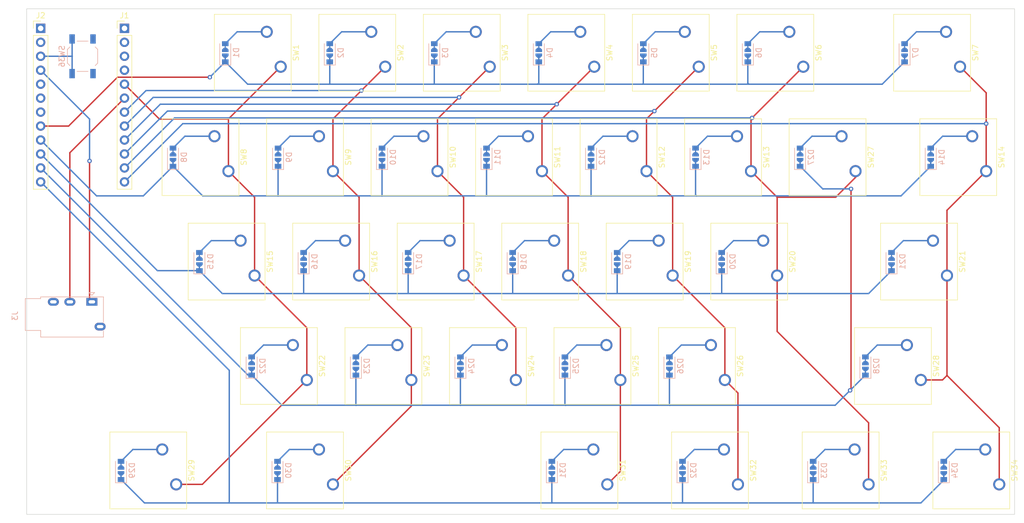
<source format=kicad_pcb>
(kicad_pcb (version 20211014) (generator pcbnew)
  (layers (0 "F.Cu" signal) (31 "B.Cu" signal) (34 "B.Paste" user) (35 "F.Paste" user) (36 "B.SilkS" user "B.Silkscreen") (37 "F.SilkS" user "F.Silkscreen") (38 "B.Mask" user) (39 "F.Mask" user) (44 "Edge.Cuts" user))
  (net 0 "")
  (net 1 "/row1")
  (net 2 "Net-(D1-Pad2)")
  (net 3 "Net-(D2-Pad2)")
  (net 4 "Net-(D3-Pad2)")
  (net 5 "Net-(D4-Pad2)")
  (net 6 "Net-(D5-Pad2)")
  (net 7 "Net-(D6-Pad2)")
  (net 8 "Net-(D7-Pad2)")
  (net 9 "/row2")
  (net 10 "Net-(D8-Pad2)")
  (net 11 "Net-(D9-Pad2)")
  (net 12 "Net-(D10-Pad2)")
  (net 13 "Net-(D11-Pad2)")
  (net 14 "Net-(D12-Pad2)")
  (net 15 "Net-(D13-Pad2)")
  (net 16 "Net-(D14-Pad2)")
  (net 17 "/row3")
  (net 18 "Net-(D15-Pad2)")
  (net 19 "Net-(D16-Pad2)")
  (net 20 "Net-(D18-Pad2)")
  (net 21 "Net-(D19-Pad2)")
  (net 22 "Net-(D20-Pad2)")
  (net 23 "Net-(D17-Pad2)")
  (net 24 "/row4")
  (net 25 "Net-(D22-Pad2)")
  (net 26 "Net-(D21-Pad2)")
  (net 27 "Net-(D23-Pad2)")
  (net 28 "Net-(D25-Pad2)")
  (net 29 "Net-(D26-Pad2)")
  (net 30 "Net-(D24-Pad2)")
  (net 31 "Net-(D27-Pad2)")
  (net 32 "Net-(D28-Pad2)")
  (net 33 "Net-(D29-Pad2)")
  (net 34 "Net-(D30-Pad2)")
  (net 35 "Net-(D32-Pad2)")
  (net 36 "Net-(D31-Pad2)")
  (net 37 "Net-(D33-Pad2)")
  (net 38 "Net-(D34-Pad2)")
  (net 39 "/col6")
  (net 42 "/col7")
  (net 43 "/col5")
  (net 44 "/col1")
  (net 45 "/col2")
  (net 46 "/col3")
  (net 47 "/col4")
  (net 49 "/row5")
  (net 50 "/comm")
  (net 51 "GND")
  (net 52 "+5V")
  (net 53 "/res")
  (footprint "Button_Switch_Keyboard:SW_Cherry_MX_1.00u_Plate" (layer "F.Cu") (at 81.08 61.54 -90)
    (fp_text reference "SW9")
    (fp_text value "SW_Push")
  )
  (footprint "Button_Switch_Keyboard:SW_Cherry_MX_1.00u_Plate" (layer "F.Cu") (at 133.33 99.54 -90)
    (fp_text reference "SW25")
    (fp_text value "SW_Push")
  )
  (footprint "Button_Switch_Keyboard:SW_Cherry_MX_1.00u_Plate" (layer "F.Cu") (at 100.08 61.54 -90)
    (fp_text reference "SW10")
    (fp_text value "SW_Push")
  )
  (footprint "Button_Switch_Keyboard:SW_Cherry_MX_1.00u_Plate" (layer "F.Cu") (at 157.08 61.54 -90)
    (fp_text reference "SW13")
    (fp_text value "SW_Push")
  )
  (footprint "Button_Switch_Keyboard:SW_Cherry_MX_1.00u_Plate" (layer "F.Cu") (at 147.58 42.54 -90)
    (fp_text reference "SW5")
    (fp_text value "SW_Push")
  )
  (footprint "Button_Switch_Keyboard:SW_Cherry_MX_1.00u_Plate" (layer "F.Cu") (at 202.205 118.54 -90)
    (fp_text reference "SW34")
    (fp_text value "SW_Push")
  )
  (footprint "Button_Switch_Keyboard:SW_Cherry_MX_1.00u_Plate" (layer "F.Cu") (at 62.08 61.54 -90)
    (fp_text reference "SW8")
    (fp_text value "SW_Push")
  )
  (footprint "Button_Switch_Keyboard:SW_Cherry_MX_1.00u_Plate" (layer "F.Cu") (at 123.83 80.54 -90)
    (fp_text reference "SW18")
    (fp_text value "SW_Push")
  )
  (footprint "Button_Switch_Keyboard:SW_Cherry_MX_1.00u_Plate" (layer "F.Cu") (at 154.705 118.54 -90)
    (fp_text reference "SW32")
    (fp_text value "SW_Push")
  )
  (footprint "Button_Switch_Keyboard:SW_Cherry_MX_1.00u_Plate" (layer "F.Cu") (at 176.08 61.54 -90)
    (fp_text reference "SW27")
    (fp_text value "SW_Push")
  )
  (footprint "Button_Switch_Keyboard:SW_Cherry_MX_1.00u_Plate" (layer "F.Cu") (at 71.58 42.54 -90)
    (fp_text reference "SW1")
    (fp_text value "SW_Push")
  )
  (footprint "Button_Switch_Keyboard:SW_Cherry_MX_1.00u_Plate" (layer "F.Cu") (at 192.705 80.54 -90)
    (fp_text reference "SW21")
    (fp_text value "SW_Push")
  )
  (footprint "Button_Switch_Keyboard:SW_Cherry_MX_1.00u_Plate" (layer "F.Cu") (at 104.83 80.54 -90)
    (fp_text reference "SW17")
    (fp_text value "SW_Push")
  )
  (footprint "Button_Switch_Keyboard:SW_Cherry_MX_1.00u_Plate" (layer "F.Cu") (at 199.83 61.54 -90)
    (fp_text reference "SW14")
    (fp_text value "SW_Push")
  )
  (footprint "Connector_PinHeader_2.54mm:PinHeader_1x12_P2.54mm_Vertical" (layer "F.Cu") (at 43.18 35.56)
    (fp_text reference "J1")
    (fp_text value "Conn_01x12_Female")
  )
  (footprint "Button_Switch_Keyboard:SW_Cherry_MX_1.00u_Plate" (layer "F.Cu") (at 52.58 118.54 -90)
    (fp_text reference "SW29")
    (fp_text value "SW_Push")
  )
  (footprint "Button_Switch_Keyboard:SW_Cherry_MX_1.00u_Plate" (layer "F.Cu") (at 130.955 118.54 -90)
    (fp_text reference "SW31")
    (fp_text value "SW_Push")
  )
  (footprint "Button_Switch_Keyboard:SW_Cherry_MX_1.00u_Plate" (layer "F.Cu") (at 95.33 99.54 -90)
    (fp_text reference "SW23")
    (fp_text value "SW_Push")
  )
  (footprint "Button_Switch_Keyboard:SW_Cherry_MX_1.00u_Plate" (layer "F.Cu") (at 138.08 61.54 -90)
    (fp_text reference "SW12")
    (fp_text value "SW_Push")
  )
  (footprint "Button_Switch_Keyboard:SW_Cherry_MX_1.00u_Plate" (layer "F.Cu") (at 142.83 80.54 -90)
    (fp_text reference "SW19")
    (fp_text value "SW_Push")
  )
  (footprint "Button_Switch_Keyboard:SW_Cherry_MX_1.00u_Plate" (layer "F.Cu") (at 90.58 42.54 -90)
    (fp_text reference "SW2")
    (fp_text value "SW_Push")
  )
  (footprint "Button_Switch_Keyboard:SW_Cherry_MX_1.00u_Plate" (layer "F.Cu") (at 85.83 80.54 -90)
    (fp_text reference "SW16")
    (fp_text value "SW_Push")
  )
  (footprint "Button_Switch_Keyboard:SW_Cherry_MX_1.00u_Plate" (layer "F.Cu") (at 152.33 99.54 -90)
    (fp_text reference "SW26")
    (fp_text value "SW_Push")
  )
  (footprint "Button_Switch_Keyboard:SW_Cherry_MX_1.00u_Plate" (layer "F.Cu") (at 195.08 42.54 -90)
    (fp_text reference "SW7")
    (fp_text value "SW_Push")
  )
  (footprint "Button_Switch_Keyboard:SW_Cherry_MX_1.00u_Plate" (layer "F.Cu") (at 161.83 80.54 -90)
    (fp_text reference "SW20")
    (fp_text value "SW_Push")
  )
  (footprint "Button_Switch_Keyboard:SW_Cherry_MX_1.00u_Plate" (layer "F.Cu") (at 128.58 42.54 -90)
    (fp_text reference "SW4")
    (fp_text value "SW_Push")
  )
  (footprint "Button_Switch_Keyboard:SW_Cherry_MX_1.00u_Plate" (layer "F.Cu") (at 119.08 61.54 -90)
    (fp_text reference "SW11")
    (fp_text value "SW_Push")
  )
  (footprint "Button_Switch_Keyboard:SW_Cherry_MX_1.00u_Plate" (layer "F.Cu") (at 178.455 118.54 -90)
    (fp_text reference "SW33")
    (fp_text value "SW_Push")
  )
  (footprint "Button_Switch_Keyboard:SW_Cherry_MX_1.00u_Plate" (layer "F.Cu") (at 109.58 42.54 -90)
    (fp_text reference "SW3")
    (fp_text value "SW_Push")
  )
  (footprint "Button_Switch_Keyboard:SW_Cherry_MX_1.00u_Plate" (layer "F.Cu") (at 187.955 99.54 -90)
    (fp_text reference "SW28")
    (fp_text value "SW_Push")
  )
  (footprint "Button_Switch_Keyboard:SW_Cherry_MX_1.00u_Plate" (layer "F.Cu") (at 66.83 80.54 -90)
    (fp_text reference "SW15")
    (fp_text value "SW_Push")
  )
  (footprint "Button_Switch_Keyboard:SW_Cherry_MX_1.00u_Plate" (layer "F.Cu") (at 76.33 99.54 -90)
    (fp_text reference "SW22")
    (fp_text value "SW_Push")
  )
  (footprint "Button_Switch_Keyboard:SW_Cherry_MX_1.00u_Plate" (layer "F.Cu") (at 166.58 42.54 -90)
    (fp_text reference "SW6")
    (fp_text value "SW_Push")
  )
  (footprint "Connector_PinHeader_2.54mm:PinHeader_1x12_P2.54mm_Vertical" (layer "F.Cu") (at 27.94 35.56)
    (fp_text reference "J2")
    (fp_text value "Conn_01x12_Female")
  )
  (footprint "Button_Switch_Keyboard:SW_Cherry_MX_1.00u_Plate" (layer "F.Cu") (at 114.33 99.54 -90)
    (fp_text reference "SW24")
    (fp_text value "SW_Push")
  )
  (footprint "Button_Switch_Keyboard:SW_Cherry_MX_1.00u_Plate" (layer "F.Cu") (at 81.08 118.54 -90)
    (fp_text reference "SW30")
    (fp_text value "SW_Push")
  )
  (footprint "wyatt:D_SOD-123_or_short" (layer "B.Cu") (at 75.75 78 90)
    (fp_text reference "D16")
    (fp_text value "1N4148")
  )
  (footprint "wyatt:D_SOD-123_or_short" (layer "B.Cu") (at 182.625 78 90)
    (fp_text reference "D21")
    (fp_text value "1N4148")
  )
  (footprint "wyatt:D_SOD-123_or_short" (layer "B.Cu") (at 94.75 78 90)
    (fp_text reference "D17")
    (fp_text value "1N4148")
  )
  (footprint "wyatt:D_SOD-123_or_short" (layer "B.Cu") (at 142.25 97 90)
    (fp_text reference "D26")
    (fp_text value "1N4148")
  )
  (footprint "wyatt:D_SOD-123_or_short" (layer "B.Cu") (at 192.125 116 90)
    (fp_text reference "D34")
    (fp_text value "1N4148")
  )
  (footprint "wyatt:D_SOD-123_or_short" (layer "B.Cu") (at 104.25 97 90)
    (fp_text reference "D24")
    (fp_text value "1N4148")
  )
  (footprint "wyatt:D_SOD-123_or_short" (layer "B.Cu") (at 189.75 59 90)
    (fp_text reference "D14")
    (fp_text value "1N4148")
  )
  (footprint "wyatt:D_SOD-123_or_short" (layer "B.Cu") (at 137.5 40 90)
    (fp_text reference "D5")
    (fp_text value "1N4148")
  )
  (footprint "wyatt:D_SOD-123_or_short" (layer "B.Cu") (at 156.5 40 90)
    (fp_text reference "D6")
    (fp_text value "1N4148")
  )
  (footprint "wyatt:D_SOD-123_or_short" (layer "B.Cu") (at 90 59 90)
    (fp_text reference "D10")
    (fp_text value "1N4148")
  )
  (footprint "wyatt:D_SOD-123_or_short" (layer "B.Cu") (at 71.1 59 90)
    (fp_text reference "D9")
    (fp_text value "1N4148")
  )
  (footprint "wyatt:D_SOD-123_or_short" (layer "B.Cu") (at 113.75 78 90)
    (fp_text reference "D18")
    (fp_text value "1N4148")
  )
  (footprint "wyatt:D_SOD-123_or_short" (layer "B.Cu") (at 71 116 90)
    (fp_text reference "D30")
    (fp_text value "1N4148")
  )
  (footprint "wyatt:Jack_3.5mm_PJ320A_Horizontal" (layer "B.Cu") (at 37.25 85.33 -90)
    (fp_text reference "J3")
    (fp_text value "AudioJack4")
  )
  (footprint "wyatt:D_SOD-123_or_short" (layer "B.Cu") (at 185 40 90)
    (fp_text reference "D7")
    (fp_text value "1N4148")
  )
  (footprint "wyatt:D_SOD-123_or_short" (layer "B.Cu") (at 80.5 40 90)
    (fp_text reference "D2")
    (fp_text value "1N4148")
  )
  (footprint "wyatt:D_SOD-123_or_short" (layer "B.Cu") (at 168.375 116 90)
    (fp_text reference "D33")
    (fp_text value "1N4148")
  )
  (footprint "wyatt:D_SOD-123_or_short" (layer "B.Cu") (at 56.8 78 90)
    (fp_text reference "D15")
    (fp_text value "1N4148")
  )
  (footprint "wyatt:D_SOD-123_or_short" (layer "B.Cu") (at 177.875 97 90)
    (fp_text reference "D28")
    (fp_text value "1N4148")
  )
  (footprint "wyatt:D_SOD-123_or_short" (layer "B.Cu") (at 85.25 97 90)
    (fp_text reference "D23")
    (fp_text value "1N4148")
  )
  (footprint "wyatt:D_SOD-123_or_short" (layer "B.Cu") (at 118.5 40 90)
    (fp_text reference "D4")
    (fp_text value "1N4148")
  )
  (footprint "wyatt:D_SOD-123_or_short" (layer "B.Cu") (at 109 59 90)
    (fp_text reference "D11")
    (fp_text value "1N4148")
  )
  (footprint "wyatt:D_SOD-123_or_short" (layer "B.Cu") (at 166 59 90)
    (fp_text reference "D27")
    (fp_text value "1N4148")
  )
  (footprint "wyatt:D_SOD-123_or_short" (layer "B.Cu") (at 144.625 116 90)
    (fp_text reference "D32")
    (fp_text value "1N4148")
  )
  (footprint "wyatt:D_SOD-123_or_short" (layer "B.Cu") (at 123.25 97 90)
    (fp_text reference "D25")
    (fp_text value "1N4148")
  )
  (footprint "wyatt:D_SOD-123_or_short" (layer "B.Cu") (at 128 59 90)
    (fp_text reference "D12")
    (fp_text value "1N4148")
  )
  (footprint "wyatt:D_SOD-123_or_short" (layer "B.Cu") (at 147 59 90)
    (fp_text reference "D13")
    (fp_text value "1N4148")
  )
  (footprint "wyatt:D_SOD-123_or_short" (layer "B.Cu") (at 66.3 97 90)
    (fp_text reference "D22")
    (fp_text value "1N4148")
  )
  (footprint "wyatt:D_SOD-123_or_short" (layer "B.Cu") (at 61.5 40 90)
    (fp_text reference "D1")
    (fp_text value "1N4148")
  )
  (footprint "wyatt:D_SOD-123_or_short" (layer "B.Cu") (at 120.875 116 90)
    (fp_text reference "D31")
    (fp_text value "1N4148")
  )
  (footprint "wyatt:D_SOD-123_or_short" (layer "B.Cu") (at 52 59 90)
    (fp_text reference "D8")
    (fp_text value "1N4148")
  )
  (footprint "wyatt:D_SOD-123_or_short" (layer "B.Cu") (at 151.75 78 90)
    (fp_text reference "D20")
    (fp_text value "1N4148")
  )
  (footprint "wyatt:D_SOD-123_or_short" (layer "B.Cu") (at 132.75 78 90)
    (fp_text reference "D19")
    (fp_text value "1N4148")
  )
  (footprint "wyatt:D_SOD-123_or_short" (layer "B.Cu") (at 99.5 40 90)
    (fp_text reference "D3")
    (fp_text value "1N4148")
  )
  (footprint "wyatt:D_SOD-123_or_short" (layer "B.Cu") (at 42.55 116 90)
    (fp_text reference "D29")
    (fp_text value "1N4148")
  )
  (footprint "Button_Switch_SMD:SW_SPST_TL3342" (layer "B.Cu") (at 35.56 40.64 -90)
    (fp_text reference "SW36")
    (fp_text value "SW_Push")
  )
  (gr_rect (start 205 32) (end 25.4 124) (layer "Edge.Cuts") (width 0.1) (fill none))
  (segment (start 33.02 53.34) (end 41.91 44.45) (width 0.25) (layer "F.Cu") (net 1))
  (segment (start 27.94 53.34) (end 33.02 53.34) (width 0.25) (layer "F.Cu") (net 1))
  (segment (start 41.91 44.45) (end 58.7 44.45) (width 0.25) (layer "F.Cu") (net 1))
  (via (at 58.7 44.45) (size 0.8) (drill 0.4) (layers "F.Cu" "B.Cu") (net 1))
  (segment (start 99.5 45.665001) (end 99.445001 45.72) (width 0.25) (layer "B.Cu") (net 1))
  (segment (start 156.695503 45.72) (end 137.405273 45.72) (width 0.25) (layer "B.Cu") (net 1))
  (segment (start 80.5 41.65) (end 80.5 45.693725) (width 0.25) (layer "B.Cu") (net 1))
  (segment (start 156.5 45.524497) (end 156.695503 45.72) (width 0.25) (layer "B.Cu") (net 1))
  (segment (start 99.5 41.65) (end 99.5 45.665001) (width 0.25) (layer "B.Cu") (net 1))
  (segment (start 137.405273 45.72) (end 118.29224 45.72) (width 0.25) (layer "B.Cu") (net 1))
  (segment (start 99.445001 45.72) (end 80.473725 45.72) (width 0.25) (layer "B.Cu") (net 1))
  (segment (start 65.57 45.72) (end 61.5 41.65) (width 0.25) (layer "B.Cu") (net 1))
  (segment (start 80.5 45.693725) (end 80.473725 45.72) (width 0.25) (layer "B.Cu") (net 1))
  (segment (start 61.5 41.65) (end 58.7 44.45) (width 0.25) (layer "B.Cu") (net 1))
  (segment (start 118.5 41.65) (end 118.5 45.51224) (width 0.25) (layer "B.Cu") (net 1))
  (segment (start 185 41.65) (end 180.93 45.72) (width 0.25) (layer "B.Cu") (net 1))
  (segment (start 118.5 45.51224) (end 118.29224 45.72) (width 0.25) (layer "B.Cu") (net 1))
  (segment (start 137.5 41.65) (end 137.5 45.625273) (width 0.25) (layer "B.Cu") (net 1))
  (segment (start 156.5 41.65) (end 156.5 45.524497) (width 0.25) (layer "B.Cu") (net 1))
  (segment (start 137.5 45.625273) (end 137.405273 45.72) (width 0.25) (layer "B.Cu") (net 1))
  (segment (start 118.29224 45.72) (end 99.445001 45.72) (width 0.25) (layer "B.Cu") (net 1))
  (segment (start 180.93 45.72) (end 156.695503 45.72) (width 0.25) (layer "B.Cu") (net 1))
  (segment (start 80.473725 45.72) (end 65.57 45.72) (width 0.25) (layer "B.Cu") (net 1))
  (segment (start 63.66 36.19) (end 61.5 38.35) (width 0.25) (layer "B.Cu") (net 2))
  (segment (start 69.04 36.19) (end 63.66 36.19) (width 0.25) (layer "B.Cu") (net 2))
  (segment (start 82.66 36.19) (end 80.5 38.35) (width 0.25) (layer "B.Cu") (net 3))
  (segment (start 88.04 36.19) (end 82.66 36.19) (width 0.25) (layer "B.Cu") (net 3))
  (segment (start 107.04 36.19) (end 101.66 36.19) (width 0.25) (layer "B.Cu") (net 4))
  (segment (start 101.66 36.19) (end 99.5 38.35) (width 0.25) (layer "B.Cu") (net 4))
  (segment (start 126.04 36.19) (end 120.66 36.19) (width 0.25) (layer "B.Cu") (net 5))
  (segment (start 120.66 36.19) (end 118.5 38.35) (width 0.25) (layer "B.Cu") (net 5))
  (segment (start 145.04 36.19) (end 139.66 36.19) (width 0.25) (layer "B.Cu") (net 6))
  (segment (start 139.66 36.19) (end 137.5 38.35) (width 0.25) (layer "B.Cu") (net 6))
  (segment (start 158.66 36.19) (end 156.5 38.35) (width 0.25) (layer "B.Cu") (net 7))
  (segment (start 164.04 36.19) (end 158.66 36.19) (width 0.25) (layer "B.Cu") (net 7))
  (segment (start 192.54 36.19) (end 187.16 36.19) (width 0.25) (layer "B.Cu") (net 8))
  (segment (start 187.16 36.19) (end 185 38.35) (width 0.25) (layer "B.Cu") (net 8))
  (segment (start 71.1 60.65) (end 71.1 66.03368) (width 0.25) (layer "B.Cu") (net 9))
  (segment (start 128 60.65) (end 128 66.02669) (width 0.25) (layer "B.Cu") (net 9))
  (segment (start 38.1 66.04) (end 46.61 66.04) (width 0.25) (layer "B.Cu") (net 9))
  (segment (start 109 65.979064) (end 108.939064 66.04) (width 0.25) (layer "B.Cu") (net 9))
  (segment (start 128 66.02669) (end 128.01331 66.04) (width 0.25) (layer "B.Cu") (net 9))
  (segment (start 147.161783 66.04) (end 128.01331 66.04) (width 0.25) (layer "B.Cu") (net 9))
  (segment (start 57.39 66.04) (end 52 60.65) (width 0.25) (layer "B.Cu") (net 9))
  (segment (start 108.939064 66.04) (end 89.991146 66.04) (width 0.25) (layer "B.Cu") (net 9))
  (segment (start 71.10632 66.04) (end 57.39 66.04) (width 0.25) (layer "B.Cu") (net 9))
  (segment (start 90 60.65) (end 90 66.031146) (width 0.25) (layer "B.Cu") (net 9))
  (segment (start 184.36 66.04) (end 147.161783 66.04) (width 0.25) (layer "B.Cu") (net 9))
  (segment (start 52 60.65) (end 46.61 66.04) (width 0.25) (layer "B.Cu") (net 9))
  (segment (start 147 60.65) (end 147 65.878217) (width 0.25) (layer "B.Cu") (net 9))
  (segment (start 189.75 60.65) (end 184.36 66.04) (width 0.25) (layer "B.Cu") (net 9))
  (segment (start 89.991146 66.04) (end 71.10632 66.04) (width 0.25) (layer "B.Cu") (net 9))
  (segment (start 128.01331 66.04) (end 108.939064 66.04) (width 0.25) (layer "B.Cu") (net 9))
  (segment (start 147 65.878217) (end 147.161783 66.04) (width 0.25) (layer "B.Cu") (net 9))
  (segment (start 90 66.031146) (end 89.991146 66.04) (width 0.25) (layer "B.Cu") (net 9))
  (segment (start 27.94 55.88) (end 38.1 66.04) (width 0.25) (layer "B.Cu") (net 9))
  (segment (start 109 60.65) (end 109 65.979064) (width 0.25) (layer "B.Cu") (net 9))
  (segment (start 71.1 66.03368) (end 71.10632 66.04) (width 0.25) (layer "B.Cu") (net 9))
  (segment (start 59.54 55.19) (end 54.16 55.19) (width 0.25) (layer "B.Cu") (net 10))
  (segment (start 54.16 55.19) (end 52 57.35) (width 0.25) (layer "B.Cu") (net 10))
  (segment (start 78.54 55.19) (end 73.26 55.19) (width 0.25) (layer "B.Cu") (net 11))
  (segment (start 73.26 55.19) (end 71.1 57.35) (width 0.25) (layer "B.Cu") (net 11))
  (segment (start 92.16 55.19) (end 90 57.35) (width 0.25) (layer "B.Cu") (net 12))
  (segment (start 97.54 55.19) (end 92.16 55.19) (width 0.25) (layer "B.Cu") (net 12))
  (segment (start 111.16 55.19) (end 109 57.35) (width 0.25) (layer "B.Cu") (net 13))
  (segment (start 116.54 55.19) (end 111.16 55.19) (width 0.25) (layer "B.Cu") (net 13))
  (segment (start 135.54 55.19) (end 130.16 55.19) (width 0.25) (layer "B.Cu") (net 14))
  (segment (start 130.16 55.19) (end 128 57.35) (width 0.25) (layer "B.Cu") (net 14))
  (segment (start 154.54 55.19) (end 149.16 55.19) (width 0.25) (layer "B.Cu") (net 15))
  (segment (start 149.16 55.19) (end 147 57.35) (width 0.25) (layer "B.Cu") (net 15))
  (segment (start 191.91 55.19) (end 189.75 57.35) (width 0.25) (layer "B.Cu") (net 16))
  (segment (start 197.29 55.19) (end 191.91 55.19) (width 0.25) (layer "B.Cu") (net 16))
  (segment (start 49.17 79.65) (end 56.8 79.65) (width 0.25) (layer "B.Cu") (net 17))
  (segment (start 151.75 83.799719) (end 151.729719 83.82) (width 0.25) (layer "B.Cu") (net 17))
  (segment (start 113.75 83.765651) (end 113.804349 83.82) (width 0.25) (layer "B.Cu") (net 17))
  (segment (start 75.774273 83.82) (end 60.97 83.82) (width 0.25) (layer "B.Cu") (net 17))
  (segment (start 132.710653 83.82) (end 113.804349 83.82) (width 0.25) (layer "B.Cu") (net 17))
  (segment (start 178.455 83.82) (end 151.729719 83.82) (width 0.25) (layer "B.Cu") (net 17))
  (segment (start 94.75 79.65) (end 94.75 83.814249) (width 0.25) (layer "B.Cu") (net 17))
  (segment (start 132.75 79.65) (end 132.75 83.780653) (width 0.25) (layer "B.Cu") (net 17))
  (segment (start 27.94 58.42) (end 49.17 79.65) (width 0.25) (layer "B.Cu") (net 17))
  (segment (start 75.75 83.795727) (end 75.774273 83.82) (width 0.25) (layer "B.Cu") (net 17))
  (segment (start 75.75 79.65) (end 75.75 83.795727) (width 0.25) (layer "B.Cu") (net 17))
  (segment (start 151.75 79.65) (end 151.75 83.799719) (width 0.25) (layer "B.Cu") (net 17))
  (segment (start 182.625 79.65) (end 178.455 83.82) (width 0.25) (layer "B.Cu") (net 17))
  (segment (start 132.75 83.780653) (end 132.710653 83.82) (width 0.25) (layer "B.Cu") (net 17))
  (segment (start 94.75 83.814249) (end 94.755751 83.82) (width 0.25) (layer "B.Cu") (net 17))
  (segment (start 60.97 83.82) (end 56.8 79.65) (width 0.25) (layer "B.Cu") (net 17))
  (segment (start 94.755751 83.82) (end 75.774273 83.82) (width 0.25) (layer "B.Cu") (net 17))
  (segment (start 151.729719 83.82) (end 132.710653 83.82) (width 0.25) (layer "B.Cu") (net 17))
  (segment (start 113.75 79.65) (end 113.75 83.765651) (width 0.25) (layer "B.Cu") (net 17))
  (segment (start 113.804349 83.82) (end 94.755751 83.82) (width 0.25) (layer "B.Cu") (net 17))
  (segment (start 58.96 74.19) (end 56.8 76.35) (width 0.25) (layer "B.Cu") (net 18))
  (segment (start 64.29 74.19) (end 58.96 74.19) (width 0.25) (layer "B.Cu") (net 18))
  (segment (start 77.91 74.19) (end 75.75 76.35) (width 0.25) (layer "B.Cu") (net 19))
  (segment (start 83.29 74.19) (end 77.91 74.19) (width 0.25) (layer "B.Cu") (net 19))
  (segment (start 115.91 74.19) (end 113.75 76.35) (width 0.25) (layer "B.Cu") (net 20))
  (segment (start 121.29 74.19) (end 115.91 74.19) (width 0.25) (layer "B.Cu") (net 20))
  (segment (start 134.91 74.19) (end 132.75 76.35) (width 0.25) (layer "B.Cu") (net 21))
  (segment (start 140.29 74.19) (end 134.91 74.19) (width 0.25) (layer "B.Cu") (net 21))
  (segment (start 153.91 74.19) (end 151.75 76.35) (width 0.25) (layer "B.Cu") (net 22))
  (segment (start 159.29 74.19) (end 153.91 74.19) (width 0.25) (layer "B.Cu") (net 22))
  (segment (start 96.91 74.19) (end 94.75 76.35) (width 0.25) (layer "B.Cu") (net 23))
  (segment (start 102.29 74.19) (end 96.91 74.19) (width 0.25) (layer "B.Cu") (net 23))
  (segment (start 175.26 101.265) (end 175.0925 101.4325) (width 0.25) (layer "F.Cu") (net 24))
  (segment (start 175.26 64.77) (end 175.26 101.265) (width 0.25) (layer "F.Cu") (net 24))
  (via (at 175.0925 101.4325) (size 0.8) (drill 0.4) (layers "F.Cu" "B.Cu") (net 24))
  (via (at 175.26 64.77) (size 0.8) (drill 0.4) (layers "F.Cu" "B.Cu") (net 24))
  (segment (start 166 60.65) (end 170.12 64.77) (width 0.25) (layer "B.Cu") (net 24))
  (segment (start 170.12 64.77) (end 170.18 64.77) (width 0.25) (layer "B.Cu") (net 24))
  (segment (start 172.385 104.14) (end 142.317671 104.14) (width 0.25) (layer "B.Cu") (net 24))
  (segment (start 71.79 104.14) (end 66.3 98.65) (width 0.25) (layer "B.Cu") (net 24))
  (segment (start 123.375391 104.14) (end 104.263822 104.14) (width 0.25) (layer "B.Cu") (net 24))
  (segment (start 142.317671 104.14) (end 123.375391 104.14) (width 0.25) (layer "B.Cu") (net 24))
  (segment (start 85.278317 104.14) (end 71.79 104.14) (width 0.25) (layer "B.Cu") (net 24))
  (segment (start 175.0925 101.4325) (end 172.385 104.14) (width 0.25) (layer "B.Cu") (net 24))
  (segment (start 123.25 104.014609) (end 123.375391 104.14) (width 0.25) (layer "B.Cu") (net 24))
  (segment (start 142.25 104.072329) (end 142.317671 104.14) (width 0.25) (layer "B.Cu") (net 24))
  (segment (start 104.25 104.126178) (end 104.263822 104.14) (width 0.25) (layer "B.Cu") (net 24))
  (segment (start 85.25 104.111683) (end 85.278317 104.14) (width 0.25) (layer "B.Cu") (net 24))
  (segment (start 104.25 98.65) (end 104.25 104.126178) (width 0.25) (layer "B.Cu") (net 24))
  (segment (start 27.94 60.96) (end 65.63 98.65) (width 0.25) (layer "B.Cu") (net 24))
  (segment (start 142.25 98.65) (end 142.25 104.072329) (width 0.25) (layer "B.Cu") (net 24))
  (segment (start 65.63 98.65) (end 66.3 98.65) (width 0.25) (layer "B.Cu") (net 24))
  (segment (start 170.18 64.77) (end 175.26 64.77) (width 0.25) (layer "B.Cu") (net 24))
  (segment (start 104.263822 104.14) (end 85.278317 104.14) (width 0.25) (layer "B.Cu") (net 24))
  (segment (start 123.25 98.65) (end 123.25 104.014609) (width 0.25) (layer "B.Cu") (net 24))
  (segment (start 177.875 98.65) (end 175.0925 101.4325) (width 0.25) (layer "B.Cu") (net 24))
  (segment (start 85.25 98.65) (end 85.25 104.111683) (width 0.25) (layer "B.Cu") (net 24))
  (segment (start 73.79 93.19) (end 68.46 93.19) (width 0.25) (layer "B.Cu") (net 25))
  (segment (start 68.46 93.19) (end 66.3 95.35) (width 0.25) (layer "B.Cu") (net 25))
  (segment (start 190.165 74.19) (end 184.785 74.19) (width 0.25) (layer "B.Cu") (net 26))
  (segment (start 184.785 74.19) (end 182.625 76.35) (width 0.25) (layer "B.Cu") (net 26))
  (segment (start 92.79 93.19) (end 87.41 93.19) (width 0.25) (layer "B.Cu") (net 27))
  (segment (start 87.41 93.19) (end 85.25 95.35) (width 0.25) (layer "B.Cu") (net 27))
  (segment (start 130.79 93.19) (end 125.41 93.19) (width 0.25) (layer "B.Cu") (net 28))
  (segment (start 125.41 93.19) (end 123.25 95.35) (width 0.25) (layer "B.Cu") (net 28))
  (segment (start 144.41 93.19) (end 142.25 95.35) (width 0.25) (layer "B.Cu") (net 29))
  (segment (start 149.79 93.19) (end 144.41 93.19) (width 0.25) (layer "B.Cu") (net 29))
  (segment (start 106.41 93.19) (end 104.25 95.35) (width 0.25) (layer "B.Cu") (net 30))
  (segment (start 111.79 93.19) (end 106.41 93.19) (width 0.25) (layer "B.Cu") (net 30))
  (segment (start 173.54 55.19) (end 168.16 55.19) (width 0.25) (layer "B.Cu") (net 31))
  (segment (start 168.16 55.19) (end 166 57.35) (width 0.25) (layer "B.Cu") (net 31))
  (segment (start 185.415 93.19) (end 180.035 93.19) (width 0.25) (layer "B.Cu") (net 32))
  (segment (start 180.035 93.19) (end 177.875 95.35) (width 0.25) (layer "B.Cu") (net 32))
  (segment (start 50.04 112.19) (end 44.71 112.19) (width 0.25) (layer "B.Cu") (net 33))
  (segment (start 44.71 112.19) (end 42.55 114.35) (width 0.25) (layer "B.Cu") (net 33))
  (segment (start 78.54 112.19) (end 73.16 112.19) (width 0.25) (layer "B.Cu") (net 34))
  (segment (start 73.16 112.19) (end 71 114.35) (width 0.25) (layer "B.Cu") (net 34))
  (segment (start 152.165 112.19) (end 146.785 112.19) (width 0.25) (layer "B.Cu") (net 35))
  (segment (start 146.785 112.19) (end 144.625 114.35) (width 0.25) (layer "B.Cu") (net 35))
  (segment (start 123.035 112.19) (end 120.875 114.35) (width 0.25) (layer "B.Cu") (net 36))
  (segment (start 128.415 112.19) (end 123.035 112.19) (width 0.25) (layer "B.Cu") (net 36))
  (segment (start 170.535 112.19) (end 168.375 114.35) (width 0.25) (layer "B.Cu") (net 37))
  (segment (start 175.915 112.19) (end 170.535 112.19) (width 0.25) (layer "B.Cu") (net 37))
  (segment (start 199.665 112.19) (end 194.285 112.19) (width 0.25) (layer "B.Cu") (net 38))
  (segment (start 194.285 112.19) (end 192.125 114.35) (width 0.25) (layer "B.Cu") (net 38))
  (segment (start 157.08 61.54) (end 157.08 52.04) (width 0.25) (layer "F.Cu") (net 39))
  (segment (start 161.83 66.29) (end 172.47 66.29) (width 0.25) (layer "F.Cu") (net 39))
  (segment (start 161.83 90.71) (end 178.455 107.335) (width 0.25) (layer "F.Cu") (net 39))
  (segment (start 176.08 62.68) (end 176.08 61.54) (width 0.25) (layer "F.Cu") (net 39))
  (segment (start 178.455 107.335) (end 178.455 118.54) (width 0.25) (layer "F.Cu") (net 39))
  (segment (start 157.08 52.04) (end 157.265 51.855) (width 0.25) (layer "F.Cu") (net 39))
  (segment (start 157.265 51.855) (end 166.58 42.54) (width 0.25) (layer "F.Cu") (net 39))
  (segment (start 161.83 80.54) (end 161.83 90.71) (width 0.25) (layer "F.Cu") (net 39))
  (segment (start 172.47 66.29) (end 176.08 62.68) (width 0.25) (layer "F.Cu") (net 39))
  (segment (start 161.83 66.29) (end 157.08 61.54) (width 0.25) (layer "F.Cu") (net 39))
  (segment (start 161.83 80.54) (end 161.83 66.29) (width 0.25) (layer "F.Cu") (net 39))
  (via (at 157.265 51.855) (size 0.8) (drill 0.4) (layers "F.Cu" "B.Cu") (net 39))
  (segment (start 52.285 51.855) (end 157.265 51.855) (width 0.25) (layer "B.Cu") (net 39))
  (segment (start 43.18 60.96) (end 52.285 51.855) (width 0.25) (layer "B.Cu") (net 39))
  (segment (start 193.52 99.54) (end 202.205 108.225) (width 0.25) (layer "F.Cu") (net 42))
  (segment (start 199.83 47.29) (end 195.08 42.54) (width 0.25) (layer "F.Cu") (net 42))
  (segment (start 193.52 99.54) (end 192.705 98.725) (width 0.25) (layer "F.Cu") (net 42))
  (segment (start 202.205 108.225) (end 202.205 118.54) (width 0.25) (layer "F.Cu") (net 42))
  (segment (start 199.83 52.9) (end 199.83 47.29) (width 0.25) (layer "F.Cu") (net 42))
  (segment (start 191.89 99.54) (end 192.705 98.725) (width 0.25) (layer "F.Cu") (net 42))
  (segment (start 199.83 61.54) (end 199.83 52.9) (width 0.25) (layer "F.Cu") (net 42))
  (segment (start 192.705 98.725) (end 192.705 80.54) (width 0.25) (layer "F.Cu") (net 42))
  (segment (start 192.705 68.665) (end 199.83 61.54) (width 0.25) (layer "F.Cu") (net 42))
  (segment (start 192.705 80.54) (end 192.705 68.665) (width 0.25) (layer "F.Cu") (net 42))
  (segment (start 187.955 99.54) (end 191.89 99.54) (width 0.25) (layer "F.Cu") (net 42))
  (via (at 199.83 52.9) (size 0.8) (drill 0.4) (layers "F.Cu" "B.Cu") (net 42))
  (segment (start 53.78 52.9) (end 199.83 52.9) (width 0.25) (layer "B.Cu") (net 42))
  (segment (start 43.18 63.5) (end 53.78 52.9) (width 0.25) (layer "B.Cu") (net 42))
  (segment (start 152.33 99.54) (end 152.33 90.04) (width 0.25) (layer "F.Cu") (net 43))
  (segment (start 139.51 50.61) (end 147.58 42.54) (width 0.25) (layer "F.Cu") (net 43))
  (segment (start 152.33 90.04) (end 142.83 80.54) (width 0.25) (layer "F.Cu") (net 43))
  (segment (start 138.08 52.04) (end 139.51 50.61) (width 0.25) (layer "F.Cu") (net 43))
  (segment (start 138.08 61.54) (end 138.08 52.04) (width 0.25) (layer "F.Cu") (net 43))
  (segment (start 154.705 118.54) (end 154.705 101.915) (width 0.25) (layer "F.Cu") (net 43))
  (segment (start 154.705 101.915) (end 152.33 99.54) (width 0.25) (layer "F.Cu") (net 43))
  (segment (start 142.83 80.54) (end 142.83 66.29) (width 0.25) (layer "F.Cu") (net 43))
  (segment (start 142.83 66.29) (end 138.08 61.54) (width 0.25) (layer "F.Cu") (net 43))
  (via (at 139.51 50.61) (size 0.8) (drill 0.4) (layers "F.Cu" "B.Cu") (net 43))
  (segment (start 50.99 50.61) (end 139.51 50.61) (width 0.25) (layer "B.Cu") (net 43))
  (segment (start 43.18 58.42) (end 50.99 50.61) (width 0.25) (layer "B.Cu") (net 43))
  (segment (start 76.33 99.54) (end 76.33 90.04) (width 0.25) (layer "F.Cu") (net 44))
  (segment (start 43.18 45.72) (end 49.53 52.07) (width 0.25) (layer "F.Cu") (net 44))
  (segment (start 57.33 118.54) (end 76.33 99.54) (width 0.25) (layer "F.Cu") (net 44))
  (segment (start 62.05 52.07) (end 62.14 51.98) (width 0.25) (layer "F.Cu") (net 44))
  (segment (start 62.08 52.04) (end 62.14 51.98) (width 0.25) (layer "F.Cu") (net 44))
  (segment (start 62.08 61.54) (end 62.08 52.04) (width 0.25) (layer "F.Cu") (net 44))
  (segment (start 49.53 52.07) (end 62.05 52.07) (width 0.25) (layer "F.Cu") (net 44))
  (segment (start 52.58 118.54) (end 57.33 118.54) (width 0.25) (layer "F.Cu") (net 44))
  (segment (start 68.49 45.63) (end 71.58 42.54) (width 0.25) (layer "F.Cu") (net 44))
  (segment (start 66.83 66.29) (end 62.08 61.54) (width 0.25) (layer "F.Cu") (net 44))
  (segment (start 66.83 80.54) (end 66.83 66.29) (width 0.25) (layer "F.Cu") (net 44))
  (segment (start 76.33 90.04) (end 66.83 80.54) (width 0.25) (layer "F.Cu") (net 44))
  (segment (start 62.14 51.98) (end 68.49 45.63) (width 0.25) (layer "F.Cu") (net 44))
  (segment (start 95.33 90.04) (end 85.83 80.54) (width 0.25) (layer "F.Cu") (net 45))
  (segment (start 85.83 80.54) (end 85.83 66.29) (width 0.25) (layer "F.Cu") (net 45))
  (segment (start 86.245 46.875) (end 90.58 42.54) (width 0.25) (layer "F.Cu") (net 45))
  (segment (start 85.83 66.29) (end 81.08 61.54) (width 0.25) (layer "F.Cu") (net 45))
  (segment (start 95.33 104.29) (end 81.08 118.54) (width 0.25) (layer "F.Cu") (net 45))
  (segment (start 95.33 99.54) (end 95.33 90.04) (width 0.25) (layer "F.Cu") (net 45))
  (segment (start 81.08 61.54) (end 81.08 52.04) (width 0.25) (layer "F.Cu") (net 45))
  (segment (start 95.33 99.54) (end 95.33 104.29) (width 0.25) (layer "F.Cu") (net 45))
  (segment (start 81.08 52.04) (end 86.245 46.875) (width 0.25) (layer "F.Cu") (net 45))
  (via (at 86.245 46.875) (size 0.8) (drill 0.4) (layers "F.Cu" "B.Cu") (net 45))
  (segment (start 47.105 46.875) (end 86.245 46.875) (width 0.25) (layer "B.Cu") (net 45))
  (segment (start 43.18 50.8) (end 47.105 46.875) (width 0.25) (layer "B.Cu") (net 45))
  (segment (start 104 48.12) (end 109.58 42.54) (width 0.25) (layer "F.Cu") (net 46))
  (segment (start 100.08 61.54) (end 100.08 52.04) (width 0.25) (layer "F.Cu") (net 46))
  (segment (start 100.08 52.04) (end 104 48.12) (width 0.25) (layer "F.Cu") (net 46))
  (segment (start 104.83 80.54) (end 104.83 66.29) (width 0.25) (layer "F.Cu") (net 46))
  (segment (start 114.33 90.04) (end 104.83 80.54) (width 0.25) (layer "F.Cu") (net 46))
  (segment (start 104.83 66.29) (end 100.08 61.54) (width 0.25) (layer "F.Cu") (net 46))
  (segment (start 114.33 99.54) (end 114.33 90.04) (width 0.25) (layer "F.Cu") (net 46))
  (via (at 104 48.12) (size 0.8) (drill 0.4) (layers "F.Cu" "B.Cu") (net 46))
  (segment (start 43.18 53.34) (end 48.4 48.12) (width 0.25) (layer "B.Cu") (net 46))
  (segment (start 48.4 48.12) (end 104 48.12) (width 0.25) (layer "B.Cu") (net 46))
  (segment (start 121.755 49.365) (end 128.58 42.54) (width 0.25) (layer "F.Cu") (net 47))
  (segment (start 119.08 61.54) (end 119.08 52.04) (width 0.25) (layer "F.Cu") (net 47))
  (segment (start 119.08 52.04) (end 121.755 49.365) (width 0.25) (layer "F.Cu") (net 47))
  (segment (start 133.33 116.165) (end 130.955 118.54) (width 0.25) (layer "F.Cu") (net 47))
  (segment (start 133.33 99.54) (end 133.33 116.165) (width 0.25) (layer "F.Cu") (net 47))
  (segment (start 133.33 99.54) (end 133.33 90.04) (width 0.25) (layer "F.Cu") (net 47))
  (segment (start 123.83 66.29) (end 119.08 61.54) (width 0.25) (layer "F.Cu") (net 47))
  (segment (start 123.83 80.54) (end 123.83 66.29) (width 0.25) (layer "F.Cu") (net 47))
  (segment (start 133.33 90.04) (end 123.83 80.54) (width 0.25) (layer "F.Cu") (net 47))
  (via (at 121.755 49.365) (size 0.8) (drill 0.4) (layers "F.Cu" "B.Cu") (net 47))
  (segment (start 43.18 55.88) (end 49.695 49.365) (width 0.25) (layer "B.Cu") (net 47))
  (segment (start 49.695 49.365) (end 121.755 49.365) (width 0.25) (layer "B.Cu") (net 47))
  (segment (start 62.23 97.79) (end 62.23 121.92) (width 0.25) (layer "B.Cu") (net 49))
  (segment (start 71 117.65) (end 71 121.90559) (width 0.25) (layer "B.Cu") (net 49))
  (segment (start 168.375 121.822813) (end 168.472187 121.92) (width 0.25) (layer "B.Cu") (net 49))
  (segment (start 46.82 121.92) (end 42.55 117.65) (width 0.25) (layer "B.Cu") (net 49))
  (segment (start 27.94 63.5) (end 62.23 97.79) (width 0.25) (layer "B.Cu") (net 49))
  (segment (start 168.375 117.65) (end 168.375 121.822813) (width 0.25) (layer "B.Cu") (net 49))
  (segment (start 120.875 121.877166) (end 120.832166 121.92) (width 0.25) (layer "B.Cu") (net 49))
  (segment (start 192.125 117.755) (end 187.96 121.92) (width 0.25) (layer "B.Cu") (net 49))
  (segment (start 144.611904 121.92) (end 120.832166 121.92) (width 0.25) (layer "B.Cu") (net 49))
  (segment (start 187.96 121.92) (end 168.472187 121.92) (width 0.25) (layer "B.Cu") (net 49))
  (segment (start 144.625 121.906904) (end 144.611904 121.92) (width 0.25) (layer "B.Cu") (net 49))
  (segment (start 62.23 121.92) (end 120.832166 121.92) (width 0.25) (layer "B.Cu") (net 49))
  (segment (start 168.472187 121.92) (end 144.611904 121.92) (width 0.25) (layer "B.Cu") (net 49))
  (segment (start 46.82 121.92) (end 62.23 121.92) (width 0.25) (layer "B.Cu") (net 49))
  (segment (start 120.875 117.65) (end 120.875 121.877166) (width 0.25) (layer "B.Cu") (net 49))
  (segment (start 192.125 117.65) (end 192.125 117.755) (width 0.25) (layer "B.Cu") (net 49))
  (segment (start 144.625 117.65) (end 144.625 121.906904) (width 0.25) (layer "B.Cu") (net 49))
  (segment (start 33.25 85.33) (end 33.25 58.19) (width 0.25) (layer "F.Cu") (net 50))
  (segment (start 33.25 58.19) (end 43.18 48.26) (width 0.25) (layer "F.Cu") (net 50))
  (segment (start 36.83 59.69) (end 36.83 85.09) (width 0.25) (layer "F.Cu") (net 52))
  (segment (start 37.07 85.33) (end 37.25 85.33) (width 0.25) (layer "F.Cu") (net 52))
  (segment (start 36.83 85.09) (end 37.07 85.33) (width 0.25) (layer "F.Cu") (net 52))
  (via (at 36.83 59.69) (size 0.8) (drill 0.4) (layers "F.Cu" "B.Cu") (net 52))
  (segment (start 27.94 43.18) (end 36.83 52.07) (width 0.25) (layer "B.Cu") (net 52))
  (segment (start 36.83 52.07) (end 36.83 59.69) (width 0.25) (layer "B.Cu") (net 52))
  (segment (start 27.94 40.64) (end 33.658289 40.64) (width 0.25) (layer "B.Cu") (net 53))
  (segment (start 33.658289 40.64) (end 33.66 40.638289) (width 0.25) (layer "B.Cu") (net 53))
  (segment (start 33.66 40.638289) (end 33.66 43.79) (width 0.25) (layer "B.Cu") (net 53))
  (segment (start 33.66 37.49) (end 33.66 40.638289) (width 0.25) (layer "B.Cu") (net 53))
)
</source>
